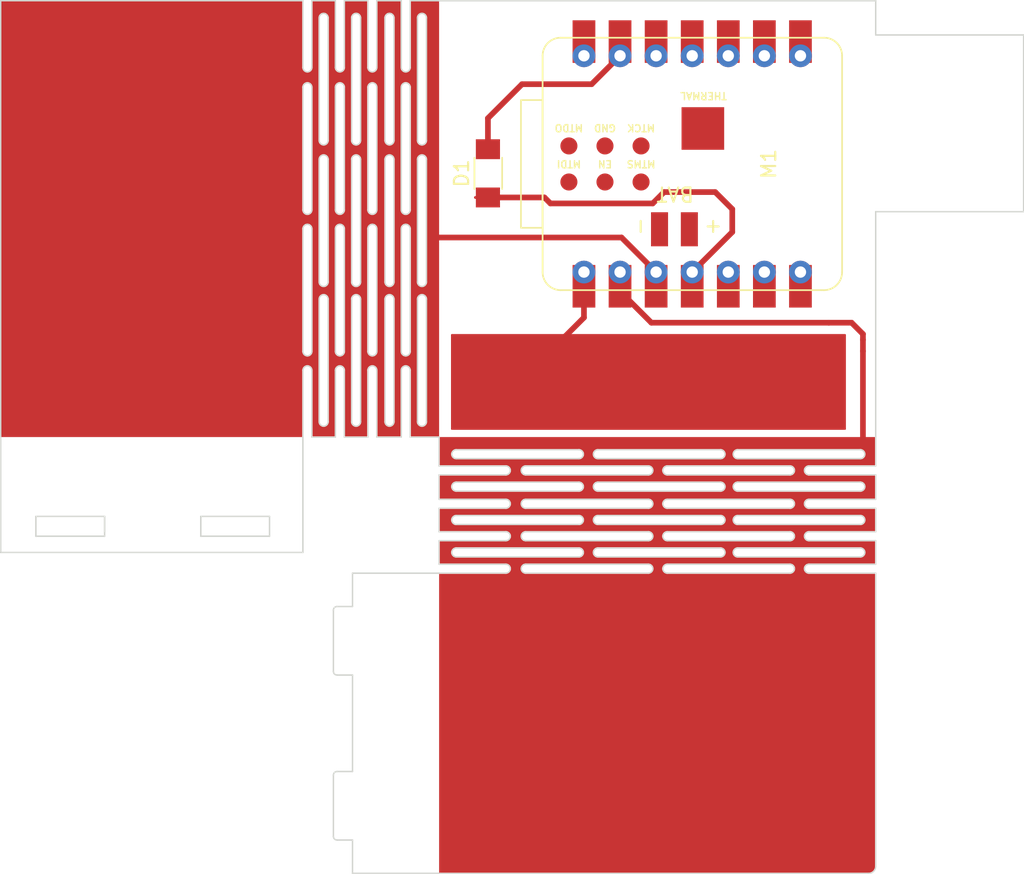
<source format=kicad_pcb>
(kicad_pcb (version 20240108) (generator "pcbnew") (generator_version "8.0")
  (layers (0 "F.Cu" signal) (31 "B.Cu" signal) (34 "B.Paste" user) (35 "F.Paste" user) (36 "B.SilkS" user "B.Silkscreen") (37 "F.SilkS" user "F.Silkscreen") (38 "B.Mask" user) (39 "F.Mask" user) (44 "Edge.Cuts" user))
  (net 0 "")
  (net 1 "CAPY")
  (net 5 "CAPZ")
  (net 8 "GND")
  (net 9 "GP5")
  (net 13 "CAPX")
  (footprint "fab:SeeedStudio_XIAO_ESP32C3" (layer "F.Cu") (at 224.78 62.82 90)
    (property "Reference" "M1" (at 0 5.39 90) (layer "F.SilkS"))
    (property "Value" "Module_XIAO-ESP32C3" (hide yes))
    (fp_line (start -7.6175 -10.531) (end 7.6225 -10.531) (stroke (width 0.12)) (layer "F.SilkS"))
    (fp_line (start 8.8925 -9.261) (end 8.8925 9.281) (stroke (width 0.12)) (layer "F.SilkS"))
    (fp_line (start -8.8875 9.281) (end -8.8875 -9.261) (stroke (width 0.12)) (layer "F.SilkS"))
    (fp_line (start 7.6225 10.551) (end -7.6175 10.551) (stroke (width 0.12)) (layer "F.SilkS"))
    (fp_rect (start -4.4975 -10.531) (end 4.5025 -12.055) (stroke (width 0.12)) (fill none) (layer "F.SilkS"))
    (fp_arc (start 7.6225 -10.531) (mid 8.520526 -10.159026) (end 8.8925 -9.261) (stroke (width 0.12)) (layer "F.SilkS"))
    (fp_arc (start -8.8875 -9.261) (mid -8.515526 -10.159026) (end -7.6175 -10.531) (stroke (width 0.12)) (layer "F.SilkS"))
    (fp_arc (start 8.8925 9.281) (mid 8.520526 10.179026) (end 7.6225 10.551) (stroke (width 0.12)) (layer "F.SilkS"))
    (fp_arc (start -7.6175 10.551) (mid -8.515526 10.179026) (end -8.8875 9.281) (stroke (width 0.12)) (layer "F.SilkS"))
    (fp_text user "+" (at -4.4 1.4 90) (layer "F.SilkS"))
    (fp_text user "MTMS" (at 0 -3.6 180) (layer "F.SilkS") (effects (font (size 0.5 0.5) (thickness 0.1) (bold yes))))
    (fp_text user "THERMAL" (at 4.8 0.8 180) (layer "F.SilkS") (effects (font (size 0.5 0.5) (thickness 0.1) (bold yes))))
    (fp_text user "MTDI" (at 0 -8.68 180) (layer "F.SilkS") (effects (font (size 0.5 0.5) (thickness 0.1) (bold yes))))
    (fp_text user "MTDO" (at 2.54 -8.68 180) (layer "F.SilkS") (effects (font (size 0.5 0.5) (thickness 0.1) (bold yes))))
    (fp_text user "MTCK" (at 2.54 -3.6 180) (layer "F.SilkS") (effects (font (size 0.5 0.5) (thickness 0.1) (bold yes))))
    (fp_text user "GND" (at 2.54 -6.14 180) (layer "F.SilkS") (effects (font (size 0.5 0.5) (thickness 0.1) (bold yes))))
    (fp_text user "EN" (at 0 -6.14 180) (layer "F.SilkS") (effects (font (size 0.5 0.5) (thickness 0.1) (bold yes))))
    (fp_text user "BAT" (at -2.7 -1.2 180) (layer "F.SilkS") (effects (justify top)))
    (fp_text user "-" (at -4.4 -3.7 90) (layer "F.SilkS"))
    (pad "1" thru_hole circle (at -7.615 -7.62 90) (size 1.6 1.6) (drill 0.8) (layers "*.Cu" "*.Mask") (net 1 "CAPY"))
    (pad "1" smd rect (at -7.615 -7.62 90) (size 3 1.6) (drill (offset -1 0)) (layers "F.Cu" "F.Paste" "F.Mask") (net 1 "CAPY"))
    (pad "2" thru_hole circle (at -7.615 -5.08 90) (size 1.6 1.6) (drill 0.8) (layers "*.Cu" "*.Mask") (net 5 "CAPZ"))
    (pad "2" smd rect (at -7.615 -5.08 90) (size 3 1.6) (drill (offset -1 0)) (layers "F.Cu" "F.Paste" "F.Mask") (net 5 "CAPZ"))
    (pad "3" thru_hole circle (at -7.615 -2.54 90) (size 1.6 1.6) (drill 0.8) (layers "*.Cu" "*.Mask") (net 13 "CAPX"))
    (pad "3" smd rect (at -7.615 -2.54 90) (size 3 1.6) (drill (offset -1 0)) (layers "F.Cu" "F.Paste" "F.Mask") (net 13 "CAPX"))
    (pad "4" thru_hole circle (at -7.615 0 90) (size 1.6 1.6) (drill 0.8) (layers "*.Cu" "*.Mask") (net 9 "GP5"))
    (pad "4" smd rect (at -7.615 0 90) (size 3 1.6) (drill (offset -1 0)) (layers "F.Cu" "F.Paste" "F.Mask") (net 9 "GP5"))
    (pad "5" thru_hole circle (at -7.615 2.54 90) (size 1.6 1.6) (drill 0.8) (layers "*.Cu" "*.Mask"))
    (pad "5" smd rect (at -7.615 2.54 90) (size 3 1.6) (drill (offset -1 0)) (layers "F.Cu" "F.Paste" "F.Mask"))
    (pad "6" thru_hole circle (at -7.615 5.08 90) (size 1.6 1.6) (drill 0.8) (layers "*.Cu" "*.Mask"))
    (pad "6" smd rect (at -7.615 5.08 90) (size 3 1.6) (drill (offset -1 0)) (layers "F.Cu" "F.Paste" "F.Mask"))
    (pad "7" thru_hole circle (at -7.615 7.62 90) (size 1.6 1.6) (drill 0.8) (layers "*.Cu" "*.Mask"))
    (pad "7" smd rect (at -7.615 7.62 90) (size 3 1.6) (drill (offset -1 0)) (layers "F.Cu" "F.Paste" "F.Mask"))
    (pad "8" thru_hole circle (at 7.62 7.62 90) (size 1.6 1.6) (drill 0.8) (layers "*.Cu" "*.Mask"))
    (pad "8" smd rect (at 7.62 7.62 90) (size 3 1.6) (drill (offset 1 0)) (layers "F.Cu" "F.Paste" "F.Mask"))
    (pad "9" thru_hole circle (at 7.62 5.08 90) (size 1.6 1.6) (drill 0.8) (layers "*.Cu" "*.Mask"))
    (pad "9" smd rect (at 7.62 5.08 90) (size 3 1.6) (drill (offset 1 0)) (layers "F.Cu" "F.Paste" "F.Mask"))
    (pad "10" thru_hole circle (at 7.62 2.54 90) (size 1.6 1.6) (drill 0.8) (layers "*.Cu" "*.Mask"))
    (pad "10" smd rect (at 7.62 2.54 90) (size 3 1.6) (drill (offset 1 0)) (layers "F.Cu" "F.Paste" "F.Mask"))
    (pad "11" thru_hole circle (at 7.62 0 90) (size 1.6 1.6) (drill 0.8) (layers "*.Cu" "*.Mask"))
    (pad "11" smd rect (at 7.62 0 90) (size 3 1.6) (drill (offset 1 0)) (layers "F.Cu" "F.Paste" "F.Mask"))
    (pad "12" thru_hole circle (at 7.62 -2.54 90) (size 1.6 1.6) (drill 0.8) (layers "*.Cu" "*.Mask"))
    (pad "12" smd rect (at 7.62 -2.54 90) (size 3 1.6) (drill (offset 1 0)) (layers "F.Cu" "F.Paste" "F.Mask"))
    (pad "13" thru_hole circle (at 7.62 -5.08 90) (size 1.6 1.6) (drill 0.8) (layers "*.Cu" "*.Mask") (net 8 "GND"))
    (pad "13" smd rect (at 7.62 -5.08 90) (size 3 1.6) (drill (offset 1 0)) (layers "F.Cu" "F.Paste" "F.Mask") (net 8 "GND"))
    (pad "14" thru_hole circle (at 7.62 -7.62 90) (size 1.6 1.6) (drill 0.8) (layers "*.Cu" "*.Mask"))
    (pad "14" smd rect (at 7.62 -7.62 90) (size 3 1.6) (drill (offset 1 0)) (layers "F.Cu" "F.Paste" "F.Mask"))
    (pad "15" smd rect (at -4.6 -2.3 90) (size 2.4 1.2) (layers "F.Cu" "F.Paste" "F.Mask"))
    (pad "16" smd rect (at -4.6 -0.2 90) (size 2.4 1.2) (layers "F.Cu" "F.Paste" "F.Mask"))
    (pad "17" smd circle (at -1.27 -8.68 90) (size 1.2 1.2) (layers "F.Cu" "F.Paste" "F.Mask"))
    (pad "18" smd circle (at -1.27 -6.14 90) (size 1.2 1.2) (layers "F.Cu" "F.Paste" "F.Mask"))
    (pad "19" smd circle (at -1.27 -3.6 90) (size 1.2 1.2) (layers "F.Cu" "F.Paste" "F.Mask"))
    (pad "20" smd circle (at 1.27 -3.6 90) (size 1.2 1.2) (layers "F.Cu" "F.Paste" "F.Mask"))
    (pad "21" smd circle (at 1.27 -6.14 90) (size 1.2 1.2) (layers "F.Cu" "F.Paste" "F.Mask"))
    (pad "22" smd circle (at 1.27 -8.68 90) (size 1.2 1.2) (layers "F.Cu" "F.Paste" "F.Mask"))
    (pad "23" smd rect (at 2.5 0.75 90) (size 3 3) (layers "F.Cu" "F.Paste" "F.Mask"))
  )
  (footprint "fab:LED_1206" (layer "F.Cu") (at 210.4 63.48 90)
    (property "Reference" "D1" (at 0 -1.85 270) (layer "F.SilkS"))
    (property "Value" "LED")
    (fp_line (start -1.1 -0.95) (end 1.1 -0.95) (stroke (width 0.12)) (layer "F.SilkS"))
    (fp_line (start -1.1 1) (end 1.1 1) (stroke (width 0.12)) (layer "F.SilkS"))
    (pad "1" smd rect (at -1.7 0 90) (size 1.4 1.7) (layers "F.Cu" "F.Paste" "F.Mask") (net 9 "GP5"))
    (pad "2" smd rect (at 1.7 0 90) (size 1.4 1.7) (layers "F.Cu" "F.Paste" "F.Mask") (net 8 "GND"))
  )
  (gr_line (start 199.6603 57.4168) (end 199.6603 66.0528) (stroke (width 0.1)) (layer "Edge.Cuts"))
  (gr_line (start 237.6968 91.0083) (end 232.9978 91.0083) (stroke (width 0.1)) (layer "Edge.Cuts"))
  (gr_line (start 218.1388 88.2143) (end 226.7748 88.2143) (stroke (width 0.1)) (layer "Edge.Cuts"))
  (gr_arc (start 227.9813 85.8648) (mid 227.6638 85.5473) (end 227.9813 85.2298) (stroke (width 0.1)) (layer "Edge.Cuts"))
  (gr_line (start 206.9628 88.7223) (end 211.6618 88.7223) (stroke (width 0.1)) (layer "Edge.Cuts"))
  (gr_line (start 206.9628 87.0713) (end 206.9628 88.7223) (stroke (width 0.1)) (layer "Edge.Cuts"))
  (gr_line (start 231.6643 91.0083) (end 223.0283 91.0083) (stroke (width 0.1)) (layer "Edge.Cuts"))
  (gr_arc (start 221.6948 84.0868) (mid 222.0123 84.4043) (end 221.6948 84.7218) (stroke (width 0.1)) (layer "Edge.Cuts"))
  (gr_line (start 213.0588 86.4363) (end 221.6948 86.4363) (stroke (width 0.1)) (layer "Edge.Cuts"))
  (gr_line (start 199.6603 51.3208) (end 199.6603 56.0198) (stroke (width 0.1)) (layer "Edge.Cuts"))
  (gr_line (start 200.8033 62.4968) (end 200.8033 71.1328) (stroke (width 0.1)) (layer "Edge.Cuts"))
  (gr_arc (start 197.3743 77.3558) (mid 197.6918 77.0383) (end 198.0093 77.3558) (stroke (width 0.1)) (layer "Edge.Cuts"))
  (gr_arc (start 203.7878 61.1633) (mid 203.4703 61.4808) (end 203.1528 61.1633) (stroke (width 0.1)) (layer "Edge.Cuts"))
  (gr_arc (start 201.9463 77.3558) (mid 202.2638 77.0383) (end 202.5813 77.3558) (stroke (width 0.1)) (layer "Edge.Cuts"))
  (gr_arc (start 197.3743 57.4168) (mid 197.6918 57.0993) (end 198.0093 57.4168) (stroke (width 0.1)) (layer "Edge.Cuts"))
  (gr_arc (start 231.6643 91.0083) (mid 231.9818 91.3258) (end 231.6643 91.6433) (stroke (width 0.1)) (layer "Edge.Cuts"))
  (gr_arc (start 206.0738 80.9753) (mid 205.7563 81.2928) (end 205.4388 80.9753) (stroke (width 0.1)) (layer "Edge.Cuts"))
  (gr_arc (start 231.6643 86.4363) (mid 231.9818 86.7538) (end 231.6643 87.0713) (stroke (width 0.1)) (layer "Edge.Cuts"))
  (gr_line (start 227.9813 85.2298) (end 236.6173 85.2298) (stroke (width 0.1)) (layer "Edge.Cuts"))
  (gr_arc (start 226.7748 82.9438) (mid 227.0923 83.2613) (end 226.7748 83.5788) (stroke (width 0.1)) (layer "Edge.Cuts"))
  (gr_line (start 231.6643 88.7223) (end 223.0283 88.7223) (stroke (width 0.1)) (layer "Edge.Cuts"))
  (gr_arc (start 200.8033 72.3393) (mid 201.1208 72.0218) (end 201.4383 72.3393) (stroke (width 0.1)) (layer "Edge.Cuts"))
  (gr_line (start 201.4383 72.3393) (end 201.4383 80.9753) (stroke (width 0.1)) (layer "Edge.Cuts"))
  (gr_line (start 204.2958 76.0223) (end 204.2958 67.3863) (stroke (width 0.1)) (layer "Edge.Cuts"))
  (gr_line (start 198.5173 52.5273) (end 198.5173 61.1633) (stroke (width 0.1)) (layer "Edge.Cuts"))
  (gr_arc (start 211.6618 86.4363) (mid 211.9793 86.7538) (end 211.6618 87.0713) (stroke (width 0.1)) (layer "Edge.Cuts"))
  (gr_line (start 204.9308 82.0548) (end 206.9628 82.0548) (stroke (width 0.1)) (layer "Edge.Cuts"))
  (gr_line (start 199.777101 93.9928) (end 200.8668 93.9928) (stroke (width 0.1)) (layer "Edge.Cuts"))
  (gr_line (start 203.1528 52.5273) (end 203.1528 61.1633) (stroke (width 0.1)) (layer "Edge.Cuts"))
  (gr_arc (start 216.8053 85.2298) (mid 217.1228 85.5473) (end 216.8053 85.8648) (stroke (width 0.1)) (layer "Edge.Cuts"))
  (gr_line (start 231.6643 86.4363) (end 223.0283 86.4363) (stroke (width 0.1)) (layer "Edge.Cuts"))
  (gr_line (start 176.1018 51.3208) (end 176.1018 90.1828) (stroke (width 0.1)) (layer "Edge.Cuts"))
  (gr_arc (start 223.0283 87.0713) (mid 222.7108 86.7538) (end 223.0283 86.4363) (stroke (width 0.1)) (layer "Edge.Cuts"))
  (gr_arc (start 201.4383 61.1633) (mid 201.1208 61.4808) (end 200.8033 61.1633) (stroke (width 0.1)) (layer "Edge.Cuts"))
  (gr_arc (start 211.6618 91.0083) (mid 211.9793 91.3258) (end 211.6618 91.6433) (stroke (width 0.1)) (layer "Edge.Cuts"))
  (gr_line (start 231.6643 89.3573) (end 223.0283 89.3573) (stroke (width 0.1)) (layer "Edge.Cuts"))
  (gr_line (start 183.414499 89.0398) (end 178.5783 89.0398) (stroke (width 0.1)) (layer "Edge.Cuts"))
  (gr_arc (start 226.7748 89.8653) (mid 227.0923 90.1828) (end 226.7748 90.5003) (stroke (width 0.1)) (layer "Edge.Cuts"))
  (gr_arc (start 208.1693 90.5003) (mid 207.8518 90.1828) (end 208.1693 89.8653) (stroke (width 0.1)) (layer "Edge.Cuts"))
  (gr_line (start 199.777101 105.6133) (end 200.8668 105.6133) (stroke (width 0.1)) (layer "Edge.Cuts"))
  (gr_line (start 204.9308 51.3208) (end 204.9308 56.0198) (stroke (width 0.1)) (layer "Edge.Cuts"))
  (gr_line (start 213.0588 84.0868) (end 221.6948 84.0868) (stroke (width 0.1)) (layer "Edge.Cuts"))
  (gr_line (start 231.6643 87.0713) (end 223.0283 87.0713) (stroke (width 0.1)) (layer "Edge.Cuts"))
  (gr_line (start 195.0248 89.0398) (end 195.0248 87.6428) (stroke (width 0.1)) (layer "Edge.Cuts"))
  (gr_line (start 203.7878 62.4968) (end 203.7878 71.1328) (stroke (width 0.1)) (layer "Edge.Cuts"))
  (gr_arc (start 218.1388 90.5003) (mid 217.8213 90.1828) (end 218.1388 89.8653) (stroke (width 0.1)) (layer "Edge.Cuts"))
  (gr_arc (start 227.9813 88.2143) (mid 227.6638 87.8968) (end 227.9813 87.5793) (stroke (width 0.1)) (layer "Edge.Cuts"))
  (gr_line (start 206.0738 72.3393) (end 206.0738 80.9753) (stroke (width 0.1)) (layer "Edge.Cuts"))
  (gr_line (start 178.5783 89.0398) (end 178.5783 87.6428) (stroke (width 0.1)) (layer "Edge.Cuts"))
  (gr_arc (start 216.8053 89.8653) (mid 217.1228 90.1828) (end 216.8053 90.5003) (stroke (width 0.1)) (layer "Edge.Cuts"))
  (gr_arc (start 199.523101 105.8673) (mid 199.596815 105.687014) (end 199.777101 105.6133) (stroke (width 0.1)) (layer "Edge.Cuts"))
  (gr_arc (start 198.0093 76.0223) (mid 197.6918 76.3398) (end 197.3743 76.0223) (stroke (width 0.1)) (layer "Edge.Cuts"))
  (gr_arc (start 231.6643 88.7223) (mid 231.9818 89.0398) (end 231.6643 89.3573) (stroke (width 0.1)) (layer "Edge.Cuts"))
  (gr_line (start 206.9628 82.0548) (end 206.9628 84.0868) (stroke (width 0.1)) (layer "Edge.Cuts"))
  (gr_arc (start 199.6603 57.4168) (mid 199.9778 57.0993) (end 200.2953 57.4168) (stroke (width 0.1)) (layer "Edge.Cuts"))
  (gr_line (start 206.9628 89.3573) (end 211.6618 89.3573) (stroke (width 0.1)) (layer "Edge.Cuts"))
  (gr_line (start 218.1388 87.5793) (end 226.7748 87.5793) (stroke (width 0.1)) (layer "Edge.Cuts"))
  (gr_line (start 197.3743 51.3208) (end 197.3743 56.0198) (stroke (width 0.1)) (layer "Edge.Cuts"))
  (gr_arc (start 199.1523 61.1633) (mid 198.8348 61.4808) (end 198.5173 61.1633) (stroke (width 0.1)) (layer "Edge.Cuts"))
  (gr_arc (start 236.6173 85.2298) (mid 236.9348 85.5473) (end 236.6173 85.8648) (stroke (width 0.1)) (layer "Edge.Cuts"))
  (gr_line (start 198.0093 82.0548) (end 198.0093 77.3558) (stroke (width 0.1)) (layer "Edge.Cuts"))
  (gr_line (start 227.9813 83.5788) (end 236.6173 83.5788) (stroke (width 0.1)) (layer "Edge.Cuts"))
  (gr_arc (start 199.1523 71.1328) (mid 198.8348 71.4503) (end 198.5173 71.1328) (stroke (width 0.1)) (layer "Edge.Cuts"))
  (gr_line (start 200.8668 91.6433) (end 206.9628 91.6433) (stroke (width 0.1)) (layer "Edge.Cuts"))
  (gr_arc (start 203.1528 62.4968) (mid 203.4703 62.1793) (end 203.7878 62.4968) (stroke (width 0.1)) (layer "Edge.Cuts"))
  (gr_line (start 200.8033 52.5273) (end 200.8033 61.1633) (stroke (width 0.1)) (layer "Edge.Cuts"))
  (gr_line (start 183.414499 87.6428) (end 178.5783 87.6428) (stroke (width 0.1)) (layer "Edge.Cuts"))
  (gr_line (start 202.5813 82.0548) (end 202.5813 77.3558) (stroke (width 0.1)) (layer "Edge.Cuts"))
  (gr_line (start 197.3743 57.4168) (end 197.3743 66.0528) (stroke (width 0.1)) (layer "Edge.Cuts"))
  (gr_arc (start 203.1528 72.3393) (mid 203.4703 72.0218) (end 203.7878 72.3393) (stroke (width 0.1)) (layer "Edge.Cuts"))
  (gr_line (start 227.9813 85.8648) (end 236.6173 85.8648) (stroke (width 0.1)) (layer "Edge.Cuts"))
  (gr_arc (start 223.0283 89.3573) (mid 222.7108 89.0398) (end 223.0283 88.7223) (stroke (width 0.1)) (layer "Edge.Cuts"))
  (gr_arc (start 198.0093 56.0198) (mid 197.6918 56.3373) (end 197.3743 56.0198) (stroke (width 0.1)) (layer "Edge.Cuts"))
  (gr_line (start 206.9628 84.7218) (end 206.9628 86.4363) (stroke (width 0.1)) (layer "Edge.Cuts"))
  (gr_arc (start 211.6618 84.0868) (mid 211.9793 84.4043) (end 211.6618 84.7218) (stroke (width 0.1)) (layer "Edge.Cuts"))
  (gr_line (start 204.2958 51.3208) (end 204.2958 56.0198) (stroke (width 0.1)) (layer "Edge.Cuts"))
  (gr_line (start 248.1108 66.1798) (end 248.1108 53.7338) (stroke (width 0.1)) (layer "Edge.Cuts"))
  (gr_arc (start 200.2953 66.0528) (mid 199.9778 66.3703) (end 199.6603 66.0528) (stroke (width 0.1)) (layer "Edge.Cuts"))
  (gr_arc (start 201.9463 57.4168) (mid 202.2638 57.0993) (end 202.5813 57.4168) (stroke (width 0.1)) (layer "Edge.Cuts"))
  (gr_line (start 199.523101 110.1853) (end 199.523101 105.8673) (stroke (width 0.1)) (layer "Edge.Cuts"))
  (gr_arc (start 213.0588 89.3573) (mid 212.7413 89.0398) (end 213.0588 88.7223) (stroke (width 0.1)) (layer "Edge.Cuts"))
  (gr_arc (start 198.0093 66.0528) (mid 197.6918 66.3703) (end 197.3743 66.0528) (stroke (width 0.1)) (layer "Edge.Cuts"))
  (gr_line (start 213.0588 84.7218) (end 221.6948 84.7218) (stroke (width 0.1)) (layer "Edge.Cuts"))
  (gr_line (start 237.6968 84.0868) (end 232.9978 84.0868) (stroke (width 0.1)) (layer "Edge.Cuts"))
  (gr_line (start 227.9813 88.2143) (end 236.6173 88.2143) (stroke (width 0.1)) (layer "Edge.Cuts"))
  (gr_line (start 198.5173 72.3393) (end 198.5173 80.9753) (stroke (width 0.1)) (layer "Edge.Cuts"))
  (gr_arc (start 226.7748 87.5793) (mid 227.0923 87.8968) (end 226.7748 88.2143) (stroke (width 0.1)) (layer "Edge.Cuts"))
  (gr_arc (start 223.0283 91.6433) (mid 222.7108 91.3258) (end 223.0283 91.0083) (stroke (width 0.1)) (layer "Edge.Cuts"))
  (gr_line (start 197.3743 82.0548) (end 197.3743 77.3558) (stroke (width 0.1)) (layer "Edge.Cuts"))
  (gr_arc (start 227.9813 83.5788) (mid 227.6638 83.2613) (end 227.9813 82.9438) (stroke (width 0.1)) (layer "Edge.Cuts"))
  (gr_line (start 190.188601 89.0398) (end 190.188601 87.6428) (stroke (width 0.1)) (layer "Edge.Cuts"))
  (gr_line (start 183.414499 89.0398) (end 183.414499 87.6428) (stroke (width 0.1)) (layer "Edge.Cuts"))
  (gr_arc (start 223.0283 84.7218) (mid 222.7108 84.4043) (end 223.0283 84.0868) (stroke (width 0.1)) (layer "Edge.Cuts"))
  (gr_line (start 201.4383 62.4968) (end 201.4383 71.1328) (stroke (width 0.1)) (layer "Edge.Cuts"))
  (gr_arc (start 203.1528 52.5273) (mid 203.4703 52.2098) (end 203.7878 52.5273) (stroke (width 0.1)) (layer "Edge.Cuts"))
  (gr_arc (start 221.6948 88.7223) (mid 222.0123 89.0398) (end 221.6948 89.3573) (stroke (width 0.1)) (layer "Edge.Cuts"))
  (gr_arc (start 201.4383 80.9753) (mid 201.1208 81.2928) (end 200.8033 80.9753) (stroke (width 0.1)) (layer "Edge.Cuts"))
  (gr_line (start 231.6643 84.0868) (end 223.0283 84.0868) (stroke (width 0.1)) (layer "Edge.Cuts"))
  (gr_line (start 201.9463 57.4168) (end 201.9463 66.0528) (stroke (width 0.1)) (layer "Edge.Cuts"))
  (gr_arc (start 204.2958 67.3863) (mid 204.6133 67.0688) (end 204.9308 67.3863) (stroke (width 0.1)) (layer "Edge.Cuts"))
  (gr_arc (start 203.7878 80.9753) (mid 203.4703 81.2928) (end 203.1528 80.9753) (stroke (width 0.1)) (layer "Edge.Cuts"))
  (gr_arc (start 213.0588 87.0713) (mid 212.7413 86.7538) (end 213.0588 86.4363) (stroke (width 0.1)) (layer "Edge.Cuts"))
  (gr_line (start 197.3743 76.0223) (end 197.3743 67.3863) (stroke (width 0.1)) (layer "Edge.Cuts"))
  (gr_line (start 203.7878 72.3393) (end 203.7878 80.9753) (stroke (width 0.1)) (layer "Edge.Cuts"))
  (gr_line (start 218.1388 85.2298) (end 226.7748 85.2298) (stroke (width 0.1)) (layer "Edge.Cuts"))
  (gr_line (start 206.9628 86.4363) (end 211.6618 86.4363) (stroke (width 0.1)) (layer "Edge.Cuts"))
  (gr_line (start 208.1693 85.2298) (end 216.8053 85.2298) (stroke (width 0.1)) (layer "Edge.Cuts"))
  (gr_arc (start 236.6173 87.5793) (mid 236.9348 87.8968) (end 236.6173 88.2143) (stroke (width 0.1)) (layer "Edge.Cuts"))
  (gr_line (start 237.6968 84.7218) (end 237.6968 86.4363) (stroke (width 0.1)) (layer "Edge.Cuts"))
  (gr_line (start 199.1523 52.5273) (end 199.1523 61.1633) (stroke (width 0.1)) (layer "Edge.Cuts"))
  (gr_line (start 204.9308 82.0548) (end 204.9308 77.3558) (stroke (width 0.1)) (layer "Edge.Cuts"))
  (gr_arc (start 232.9978 89.3573) (mid 232.6803 89.0398) (end 232.9978 88.7223) (stroke (width 0.1)) (layer "Edge.Cuts"))
  (gr_line (start 197.3743 90.1828) (end 176.1018 90.1828) (stroke (width 0.1)) (layer "Edge.Cuts"))
  (gr_line (start 176.1018 51.3208) (end 197.3743 51.3208) (stroke (width 0.1)) (layer "Edge.Cuts"))
  (gr_arc (start 218.1388 85.8648) (mid 217.8213 85.5473) (end 218.1388 85.2298) (stroke (width 0.1)) (layer "Edge.Cuts"))
  (gr_line (start 237.6968 82.0548) (end 237.6968 84.0868) (stroke (width 0.1)) (layer "Edge.Cuts"))
  (gr_line (start 218.1388 83.5788) (end 226.7748 83.5788) (stroke (width 0.1)) (layer "Edge.Cuts"))
  (gr_line (start 200.8668 112.7888) (end 237.1888 112.7888) (stroke (width 0.1)) (layer "Edge.Cuts"))
  (gr_line (start 218.1388 89.8653) (end 226.7748 89.8653) (stroke (width 0.1)) (layer "Edge.Cuts"))
  (gr_arc (start 198.5173 72.3393) (mid 198.8348 72.0218) (end 199.1523 72.3393) (stroke (width 0.1)) (layer "Edge.Cuts"))
  (gr_arc (start 204.9308 76.0223) (mid 204.6133 76.3398) (end 204.2958 76.0223) (stroke (width 0.1)) (layer "Edge.Cuts"))
  (gr_line (start 195.0248 87.6428) (end 190.188601 87.6428) (stroke (width 0.1)) (layer "Edge.Cuts"))
  (gr_arc (start 236.6173 89.8653) (mid 236.9348 90.1828) (end 236.6173 90.5003) (stroke (width 0.1)) (layer "Edge.Cuts"))
  (gr_arc (start 213.0588 91.6433) (mid 212.7413 91.3258) (end 213.0588 91.0083) (stroke (width 0.1)) (layer "Edge.Cuts"))
  (gr_line (start 200.2953 51.3208) (end 200.2953 56.0198) (stroke (width 0.1)) (layer "Edge.Cuts"))
  (gr_line (start 201.9463 82.0548) (end 201.9463 77.3558) (stroke (width 0.1)) (layer "Edge.Cuts"))
  (gr_line (start 202.5813 51.3208) (end 204.2958 51.3208) (stroke (width 0.1)) (layer "Edge.Cuts"))
  (gr_line (start 237.6968 53.7338) (end 237.6968 51.3208) (stroke (width 0.1)) (layer "Edge.Cuts"))
  (gr_arc (start 227.9813 90.5003) (mid 227.6638 90.1828) (end 227.9813 89.8653) (stroke (width 0.1)) (layer "Edge.Cuts"))
  (gr_line (start 208.1693 83.5788) (end 216.8053 83.5788) (stroke (width 0.1)) (layer "Edge.Cuts"))
  (gr_line (start 198.5173 62.4968) (end 198.5173 71.1328) (stroke (width 0.1)) (layer "Edge.Cuts"))
  (gr_line (start 237.6968 91.6433) (end 232.9978 91.6433) (stroke (width 0.1)) (layer "Edge.Cuts"))
  (gr_arc (start 204.9308 56.0198) (mid 204.6133 56.3373) (end 204.2958 56.0198) (stroke (width 0.1)) (layer "Edge.Cuts"))
  (gr_arc (start 205.4388 52.5273) (mid 205.7563 52.2098) (end 206.0738 52.5273) (stroke (width 0.1)) (layer "Edge.Cuts"))
  (gr_line (start 202.5813 51.3208) (end 202.5813 56.0198) (stroke (width 0.1)) (layer "Edge.Cuts"))
  (gr_arc (start 211.6618 88.7223) (mid 211.9793 89.0398) (end 211.6618 89.3573) (stroke (width 0.1)) (layer "Edge.Cuts"))
  (gr_line (start 213.0588 89.3573) (end 221.6948 89.3573) (stroke (width 0.1)) (layer "Edge.Cuts"))
  (gr_arc (start 221.6948 86.4363) (mid 222.0123 86.7538) (end 221.6948 87.0713) (stroke (width 0.1)) (layer "Edge.Cuts"))
  (gr_line (start 198.0093 82.0548) (end 199.6603 82.0548) (stroke (width 0.1)) (layer "Edge.Cuts"))
  (gr_line (start 198.0093 51.3208) (end 198.0093 56.0198) (stroke (width 0.1)) (layer "Edge.Cuts"))
  (gr_arc (start 200.8033 52.5273) (mid 201.1208 52.2098) (end 201.4383 52.5273) (stroke (width 0.1)) (layer "Edge.Cuts"))
  (gr_arc (start 203.7878 71.1328) (mid 203.4703 71.4503) (end 203.1528 71.1328) (stroke (width 0.1)) (layer "Edge.Cuts"))
  (gr_line (start 208.1693 82.9438) (end 216.8053 82.9438) (stroke (width 0.1)) (layer "Edge.Cuts"))
  (gr_line (start 200.8668 110.4393) (end 200.8668 112.7888) (stroke (width 0.1)) (layer "Edge.Cuts"))
  (gr_line (start 218.1388 85.8648) (end 226.7748 85.8648) (stroke (width 0.1)) (layer "Edge.Cuts"))
  (gr_line (start 227.9813 89.8653) (end 236.6173 89.8653) (stroke (width 0.1)) (layer "Edge.Cuts"))
  (gr_line (start 237.6968 86.4363) (end 232.9978 86.4363) (stroke (width 0.1)) (layer "Edge.Cuts"))
  (gr_arc (start 213.0588 84.7218) (mid 212.7413 84.4043) (end 213.0588 84.0868) (stroke (width 0.1)) (layer "Edge.Cuts"))
  (gr_line (start 237.6968 89.3573) (end 237.6968 91.0083) (stroke (width 0.1)) (layer "Edge.Cuts"))
  (gr_line (start 202.5813 76.0223) (end 202.5813 67.3863) (stroke (width 0.1)) (layer "Edge.Cuts"))
  (gr_arc (start 205.4388 62.4968) (mid 205.7563 62.1793) (end 206.0738 62.4968) (stroke (width 0.1)) (layer "Edge.Cuts"))
  (gr_line (start 202.5813 82.0548) (end 204.2958 82.0548) (stroke (width 0.1)) (layer "Edge.Cuts"))
  (gr_arc (start 204.9308 66.0528) (mid 204.6133 66.3703) (end 204.2958 66.0528) (stroke (width 0.1)) (layer "Edge.Cuts"))
  (gr_line (start 183.414499 87.6428) (end 183.414499 88.732499) (stroke (width 0.1)) (layer "Edge.Cuts"))
  (gr_arc (start 221.6948 91.0083) (mid 222.0123 91.3258) (end 221.6948 91.6433) (stroke (width 0.1)) (layer "Edge.Cuts"))
  (gr_line (start 213.0588 87.0713) (end 221.6948 87.0713) (stroke (width 0.1)) (layer "Edge.Cuts"))
  (gr_arc (start 208.1693 85.8648) (mid 207.8518 85.5473) (end 208.1693 85.2298) (stroke (width 0.1)) (layer "Edge.Cuts"))
  (gr_arc (start 204.2958 77.3558) (mid 204.6133 77.0383) (end 204.9308 77.3558) (stroke (width 0.1)) (layer "Edge.Cuts"))
  (gr_line (start 218.1388 82.9438) (end 226.7748 82.9438) (stroke (width 0.1)) (layer "Edge.Cuts"))
  (gr_arc (start 208.1693 83.5788) (mid 207.8518 83.2613) (end 208.1693 82.9438) (stroke (width 0.1)) (layer "Edge.Cuts"))
  (gr_arc (start 204.2958 57.4168) (mid 204.6133 57.0993) (end 204.9308 57.4168) (stroke (width 0.1)) (layer "Edge.Cuts"))
  (gr_arc (start 216.8053 82.9438) (mid 217.1228 83.2613) (end 216.8053 83.5788) (stroke (width 0.1)) (layer "Edge.Cuts"))
  (gr_line (start 199.1523 62.4968) (end 199.1523 71.1328) (stroke (width 0.1)) (layer "Edge.Cuts"))
  (gr_arc (start 199.777101 98.8188) (mid 199.596814 98.745087) (end 199.523101 98.5648) (stroke (width 0.1)) (layer "Edge.Cuts"))
  (gr_line (start 205.4388 72.3393) (end 205.4388 80.9753) (stroke (width 0.1)) (layer "Edge.Cuts"))
  (gr_arc (start 200.8033 62.4968) (mid 201.1208 62.1793) (end 201.4383 62.4968) (stroke (width 0.1)) (layer "Edge.Cuts"))
  (gr_line (start 205.4388 62.4968) (end 205.4388 71.1328) (stroke (width 0.1)) (layer "Edge.Cuts"))
  (gr_arc (start 208.1693 88.2143) (mid 207.8518 87.8968) (end 208.1693 87.5793) (stroke (width 0.1)) (layer "Edge.Cuts"))
  (gr_arc (start 202.5813 56.0198) (mid 202.2638 56.3373) (end 201.9463 56.0198) (stroke (width 0.1)) (layer "Edge.Cuts"))
  (gr_arc (start 232.9978 87.0713) (mid 232.6803 86.7538) (end 232.9978 86.4363) (stroke (width 0.1)) (layer "Edge.Cuts"))
  (gr_line (start 208.1693 87.5793) (end 216.8053 87.5793) (stroke (width 0.1)) (layer "Edge.Cuts"))
  (gr_line (start 204.9308 51.3208) (end 206.9628 51.3208) (stroke (width 0.1)) (layer "Edge.Cuts"))
  (gr_line (start 206.9628 91.0083) (end 211.6618 91.0083) (stroke (width 0.1)) (layer "Edge.Cuts"))
  (gr_arc (start 226.7748 85.2298) (mid 227.0923 85.5473) (end 226.7748 85.8648) (stroke (width 0.1)) (layer "Edge.Cuts"))
  (gr_line (start 208.1693 89.8653) (end 216.8053 89.8653) (stroke (width 0.1)) (layer "Edge.Cuts"))
  (gr_line (start 206.9628 84.7218) (end 211.6618 84.7218) (stroke (width 0.1)) (layer "Edge.Cuts"))
  (gr_line (start 237.6968 88.7223) (end 232.9978 88.7223) (stroke (width 0.1)) (layer "Edge.Cuts"))
  (gr_line (start 206.9628 84.0868) (end 211.6618 84.0868) (stroke (width 0.1)) (layer "Edge.Cuts"))
  (gr_line (start 237.6968 89.3573) (end 232.9978 89.3573) (stroke (width 0.1)) (layer "Edge.Cuts"))
  (gr_line (start 213.0588 91.6433) (end 221.6948 91.6433) (stroke (width 0.1)) (layer "Edge.Cuts"))
  (gr_line (start 200.2953 82.0548) (end 201.9463 82.0548) (stroke (width 0.1)) (layer "Edge.Cuts"))
  (gr_line (start 227.9813 82.9438) (end 236.6173 82.9438) (stroke (width 0.1)) (layer "Edge.Cuts"))
  (gr_line (start 237.6968 53.7338) (end 248.1108 53.7338) (stroke (width 0.1)) (layer "Edge.Cuts"))
  (gr_line (start 218.1388 90.5003) (end 226.7748 90.5003) (stroke (width 0.1)) (layer "Edge.Cuts"))
  (gr_line (start 200.8668 91.6433) (end 200.8668 93.9928) (stroke (width 0.1)) (layer "Edge.Cuts"))
  (gr_line (start 199.6603 76.0223) (end 199.6603 67.3863) (stroke (width 0.1)) (layer "Edge.Cuts"))
  (gr_line (start 200.8668 98.8188) (end 199.777101 98.8188) (stroke (width 0.1)) (layer "Edge.Cuts"))
  (gr_arc (start 205.4388 72.3393) (mid 205.7563 72.0218) (end 206.0738 72.3393) (stroke (width 0.1)) (layer "Edge.Cuts"))
  (gr_line (start 248.1108 66.1798) (end 237.6968 66.1798) (stroke (width 0.1)) (layer "Edge.Cuts"))
  (gr_line (start 208.1693 90.5003) (end 216.8053 90.5003) (stroke (width 0.1)) (layer "Edge.Cuts"))
  (gr_line (start 204.9308 76.0223) (end 204.9308 67.3863) (stroke (width 0.1)) (layer "Edge.Cuts"))
  (gr_line (start 200.8033 72.3393) (end 200.8033 80.9753) (stroke (width 0.1)) (layer "Edge.Cuts"))
  (gr_line (start 201.9463 51.3208) (end 201.9463 56.0198) (stroke (width 0.1)) (layer "Edge.Cuts"))
  (gr_line (start 231.6643 84.7218) (end 223.0283 84.7218) (stroke (width 0.1)) (layer "Edge.Cuts"))
  (gr_arc (start 236.6173 82.9438) (mid 236.9348 83.2613) (end 236.6173 83.5788) (stroke (width 0.1)) (layer "Edge.Cuts"))
  (gr_line (start 200.2953 76.0223) (end 200.2953 67.3863) (stroke (width 0.1)) (layer "Edge.Cuts"))
  (gr_arc (start 200.2953 56.0198) (mid 199.9778 56.3373) (end 199.6603 56.0198) (stroke (width 0.1)) (layer "Edge.Cuts"))
  (gr_arc (start 231.6643 84.0868) (mid 231.9818 84.4043) (end 231.6643 84.7218) (stroke (width 0.1)) (layer "Edge.Cuts"))
  (gr_line (start 237.6968 66.1798) (end 237.6968 82.0548) (stroke (width 0.1)) (layer "Edge.Cuts"))
  (gr_line (start 199.1523 72.3393) (end 199.1523 80.9753) (stroke (width 0.1)) (layer "Edge.Cuts"))
  (gr_arc (start 237.6968 112.2808) (mid 237.54801 112.64001) (end 237.1888 112.7888) (stroke (width 0.1)) (layer "Edge.Cuts"))
  (gr_arc (start 201.4383 71.1328) (mid 201.1208 71.4503) (end 200.8033 71.1328) (stroke (width 0.1)) (layer "Edge.Cuts"))
  (gr_line (start 231.6643 91.6433) (end 223.0283 91.6433) (stroke (width 0.1)) (layer "Edge.Cuts"))
  (gr_arc (start 232.9978 84.7218) (mid 232.6803 84.4043) (end 232.9978 84.0868) (stroke (width 0.1)) (layer "Edge.Cuts"))
  (gr_line (start 237.6968 87.0713) (end 232.9978 87.0713) (stroke (width 0.1)) (layer "Edge.Cuts"))
  (gr_arc (start 206.0738 71.1328) (mid 205.7563 71.4503) (end 205.4388 71.1328) (stroke (width 0.1)) (layer "Edge.Cuts"))
  (gr_line (start 198.0093 76.0223) (end 198.0093 67.3863) (stroke (width 0.1)) (layer "Edge.Cuts"))
  (gr_line (start 201.4383 52.5273) (end 201.4383 61.1633) (stroke (width 0.1)) (layer "Edge.Cuts"))
  (gr_line (start 205.4388 52.5273) (end 205.4388 61.1633) (stroke (width 0.1)) (layer "Edge.Cuts"))
  (gr_line (start 197.3743 82.0548) (end 197.3743 90.1828) (stroke (width 0.1)) (layer "Edge.Cuts"))
  (gr_line (start 204.2958 57.4168) (end 204.2958 66.0528) (stroke (width 0.1)) (layer "Edge.Cuts"))
  (gr_line (start 206.9628 91.6433) (end 211.6618 91.6433) (stroke (width 0.1)) (layer "Edge.Cuts"))
  (gr_line (start 199.6603 82.0548) (end 199.6603 77.3558) (stroke (width 0.1)) (layer "Edge.Cuts"))
  (gr_arc (start 202.5813 66.0528) (mid 202.2638 66.3703) (end 201.9463 66.0528) (stroke (width 0.1)) (layer "Edge.Cuts"))
  (gr_line (start 200.8668 105.6133) (end 200.8668 98.8188) (stroke (width 0.1)) (layer "Edge.Cuts"))
  (gr_line (start 203.1528 72.3393) (end 203.1528 80.9753) (stroke (width 0.1)) (layer "Edge.Cuts"))
  (gr_line (start 227.9813 87.5793) (end 236.6173 87.5793) (stroke (width 0.1)) (layer "Edge.Cuts"))
  (gr_line (start 200.2953 51.3208) (end 201.9463 51.3208) (stroke (width 0.1)) (layer "Edge.Cuts"))
  (gr_line (start 203.7878 52.5273) (end 203.7878 61.1633) (stroke (width 0.1)) (layer "Edge.Cuts"))
  (gr_line (start 203.1528 62.4968) (end 203.1528 71.1328) (stroke (width 0.1)) (layer "Edge.Cuts"))
  (gr_line (start 204.2958 82.0548) (end 204.2958 77.3558) (stroke (width 0.1)) (layer "Edge.Cuts"))
  (gr_arc (start 199.523101 94.2468) (mid 199.596815 94.066514) (end 199.777101 93.9928) (stroke (width 0.1)) (layer "Edge.Cuts"))
  (gr_arc (start 201.9463 67.3863) (mid 202.2638 67.0688) (end 202.5813 67.3863) (stroke (width 0.1)) (layer "Edge.Cuts"))
  (gr_arc (start 202.5813 76.0223) (mid 202.2638 76.3398) (end 201.9463 76.0223) (stroke (width 0.1)) (layer "Edge.Cuts"))
  (gr_line (start 200.2953 57.4168) (end 200.2953 66.0528) (stroke (width 0.1)) (layer "Edge.Cuts"))
  (gr_arc (start 200.2953 76.0223) (mid 199.9778 76.3398) (end 199.6603 76.0223) (stroke (width 0.1)) (layer "Edge.Cuts"))
  (gr_line (start 213.0588 88.7223) (end 221.6948 88.7223) (stroke (width 0.1)) (layer "Edge.Cuts"))
  (gr_arc (start 218.1388 83.5788) (mid 217.8213 83.2613) (end 218.1388 82.9438) (stroke (width 0.1)) (layer "Edge.Cuts"))
  (gr_line (start 237.6968 87.0713) (end 237.6968 88.7223) (stroke (width 0.1)) (layer "Edge.Cuts"))
  (gr_arc (start 232.9978 91.6433) (mid 232.6803 91.3258) (end 232.9978 91.0083) (stroke (width 0.1)) (layer "Edge.Cuts"))
  (gr_line (start 198.0093 57.4168) (end 198.0093 66.0528) (stroke (width 0.1)) (layer "Edge.Cuts"))
  (gr_line (start 213.0588 91.0083) (end 221.6948 91.0083) (stroke (width 0.1)) (layer "Edge.Cuts"))
  (gr_arc (start 216.8053 87.5793) (mid 217.1228 87.8968) (end 216.8053 88.2143) (stroke (width 0.1)) (layer "Edge.Cuts"))
  (gr_arc (start 198.5173 62.4968) (mid 198.8348 62.1793) (end 199.1523 62.4968) (stroke (width 0.1)) (layer "Edge.Cuts"))
  (gr_line (start 206.0738 52.5273) (end 206.0738 61.1633) (stroke (width 0.1)) (layer "Edge.Cuts"))
  (gr_arc (start 199.6603 77.3558) (mid 199.9778 77.0383) (end 200.2953 77.3558) (stroke (width 0.1)) (layer "Edge.Cuts"))
  (gr_line (start 208.1693 85.8648) (end 216.8053 85.8648) (stroke (width 0.1)) (layer "Edge.Cuts"))
  (gr_line (start 237.6968 51.3208) (end 206.9628 51.3208) (stroke (width 0.1)) (layer "Edge.Cuts"))
  (gr_line (start 227.9813 90.5003) (end 236.6173 90.5003) (stroke (width 0.1)) (layer "Edge.Cuts"))
  (gr_arc (start 199.777101 110.4393) (mid 199.596814 110.365587) (end 199.523101 110.1853) (stroke (width 0.1)) (layer "Edge.Cuts"))
  (gr_line (start 198.0093 51.3208) (end 199.6603 51.3208) (stroke (width 0.1)) (layer "Edge.Cuts"))
  (gr_arc (start 199.1523 80.9753) (mid 198.8348 81.2928) (end 198.5173 80.9753) (stroke (width 0.1)) (layer "Edge.Cuts"))
  (gr_arc (start 206.0738 61.1633) (mid 205.7563 61.4808) (end 205.4388 61.1633) (stroke (width 0.1)) (layer "Edge.Cuts"))
  (gr_line (start 208.1693 88.2143) (end 216.8053 88.2143) (stroke (width 0.1)) (layer "Edge.Cuts"))
  (gr_line (start 202.5813 57.4168) (end 202.5813 66.0528) (stroke (width 0.1)) (layer "Edge.Cuts"))
  (gr_line (start 204.9308 57.4168) (end 204.9308 66.0528) (stroke (width 0.1)) (layer "Edge.Cuts"))
  (gr_line (start 200.2953 82.0548) (end 200.2953 77.3558) (stroke (width 0.1)) (layer "Edge.Cuts"))
  (gr_arc (start 197.3743 67.3863) (mid 197.6918 67.0688) (end 198.0093 67.3863) (stroke (width 0.1)) (layer "Edge.Cuts"))
  (gr_line (start 237.6968 112.2808) (end 237.6968 91.6433) (stroke (width 0.1)) (layer "Edge.Cuts"))
  (gr_line (start 237.6968 84.7218) (end 232.9978 84.7218) (stroke (width 0.1)) (layer "Edge.Cuts"))
  (gr_line (start 199.523101 98.5648) (end 199.523101 94.2468) (stroke (width 0.1)) (layer "Edge.Cuts"))
  (gr_arc (start 198.5173 52.5273) (mid 198.8348 52.2098) (end 199.1523 52.5273) (stroke (width 0.1)) (layer "Edge.Cuts"))
  (gr_arc (start 199.6603 67.3863) (mid 199.9778 67.0688) (end 200.2953 67.3863) (stroke (width 0.1)) (layer "Edge.Cuts"))
  (gr_line (start 206.9628 87.0713) (end 211.6618 87.0713) (stroke (width 0.1)) (layer "Edge.Cuts"))
  (gr_line (start 201.9463 76.0223) (end 201.9463 67.3863) (stroke (width 0.1)) (layer "Edge.Cuts"))
  (gr_arc (start 218.1388 88.2143) (mid 217.8213 87.8968) (end 218.1388 87.5793) (stroke (width 0.1)) (layer "Edge.Cuts"))
  (gr_line (start 200.8668 110.4393) (end 199.777101 110.4393) (stroke (width 0.1)) (layer "Edge.Cuts"))
  (gr_line (start 206.9628 89.3573) (end 206.9628 91.0083) (stroke (width 0.1)) (layer "Edge.Cuts"))
  (gr_line (start 206.0738 62.4968) (end 206.0738 71.1328) (stroke (width 0.1)) (layer "Edge.Cuts"))
  (gr_line (start 195.0248 89.0398) (end 190.188601 89.0398) (stroke (width 0.1)) (layer "Edge.Cuts"))
  (segment (start 217.16 73.64) (end 214.8 76) (width 0.4) (layer "F.Cu") (net 1))
  (segment (start 217.16 70.435) (end 217.16 73.64) (width 0.4) (layer "F.Cu") (net 1))
  (segment (start 234.4 74) (end 236 74) (width 0.4) (layer "F.Cu") (net 5))
  (segment (start 219.7 70.435) (end 219.7 71.795) (width 0.2) (layer "F.Cu") (net 5))
  (segment (start 236.8 74.8) (end 236.8 75.2) (width 0.4) (layer "F.Cu") (net 5))
  (segment (start 236 74) (end 236.8 74.8) (width 0.4) (layer "F.Cu") (net 5))
  (segment (start 236.8 75.2) (end 236.8 76) (width 0.4) (layer "F.Cu") (net 5))
  (segment (start 219.7 71.795) (end 221.905 74) (width 0.4) (layer "F.Cu") (net 5))
  (segment (start 221.905 74) (end 234.4 74) (width 0.4) (layer "F.Cu") (net 5))
  (segment (start 236.8 76) (end 236.8 82.3438) (width 0.4) (layer "F.Cu") (net 5))
  (segment (start 210.4 61.78) (end 210.4 59.6) (width 0.4) (layer "F.Cu") (net 8))
  (segment (start 210.4 59.6) (end 212.8 57.2) (width 0.4) (layer "F.Cu") (net 8))
  (segment (start 212.8 57.2) (end 217.7 57.2) (width 0.4) (layer "F.Cu") (net 8))
  (segment (start 217.7 57.2) (end 219.7 55.2) (width 0.4) (layer "F.Cu") (net 8))
  (segment (start 226.4 64.8) (end 227.6 66) (width 0.4) (layer "F.Cu") (net 9))
  (segment (start 222 65.6) (end 222.8 64.8) (width 0.4) (layer "F.Cu") (net 9))
  (segment (start 210.52 65.18) (end 209.52 65.18) (width 0.2) (layer "F.Cu") (net 9))
  (segment (start 210.4 65.18) (end 214.38 65.18) (width 0.4) (layer "F.Cu") (net 9))
  (segment (start 227.6 66) (end 227.6 67.615) (width 0.4) (layer "F.Cu") (net 9))
  (segment (start 214.38 65.18) (end 214.8 65.6) (width 0.4) (layer "F.Cu") (net 9))
  (segment (start 222.8 64.8) (end 226.4 64.8) (width 0.4) (layer "F.Cu") (net 9))
  (segment (start 214.8 65.6) (end 222 65.6) (width 0.4) (layer "F.Cu") (net 9))
  (segment (start 227.6 67.615) (end 224.78 70.435) (width 0.4) (layer "F.Cu") (net 9))
  (segment (start 219.805 68) (end 206.6738 68) (width 0.4) (layer "F.Cu") (net 13))
  (segment (start 222.24 70.435) (end 219.805 68) (width 0.4) (layer "F.Cu") (net 13))
  (zone (net 1) (net_name "CAPY") (layer "F.Cu") (connect_pads (clearance 0.01)) (min_thickness 0.1) (fill yes (thermal_gap 0) (thermal_bridge_width 0.1))
    (polygon (pts (xy 235.6 81.546) (xy 207.8 81.546) (xy 207.8 74.8) (xy 235.6 74.8)))
  )
  (zone (net 13) (net_name "CAPX") (layer "F.Cu") (connect_pads (clearance 0.01)) (min_thickness 0.1) (fill yes (thermal_gap 0) (thermal_bridge_width 0.1))
    (polygon (pts (xy 206.9628 82.0548) (xy 176.1018 82.0548) (xy 176.1018 51.3208) (xy 206.9628 51.3208)))
  )
  (zone (net 5) (net_name "CAPZ") (layer "F.Cu") (connect_pads (clearance 0.01)) (min_thickness 0.1) (fill yes (thermal_gap 0) (thermal_bridge_width 0.1))
    (polygon (pts (xy 237.6968 112.7888) (xy 206.9628 112.7888) (xy 206.9628 82.0548) (xy 237.6968 82.0548)))
  )
)
</source>
